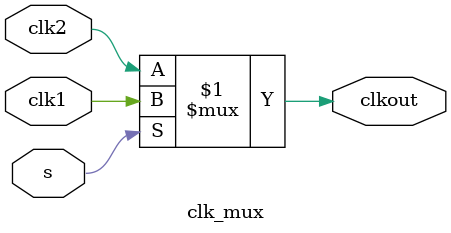
<source format=v>


module clk_mux(
// Inputs
input clk1, // Clock 1 input
input clk2, // Clock 2 input
input s,    // Clock selection: 1 - clkout = clk1
            //                  0 - clkout = clk2
// Outputs
output clkout // Clock output 
);

// Clock mux
assign clkout = s ? clk1 : clk2;

endmodule // clk_mux

</source>
